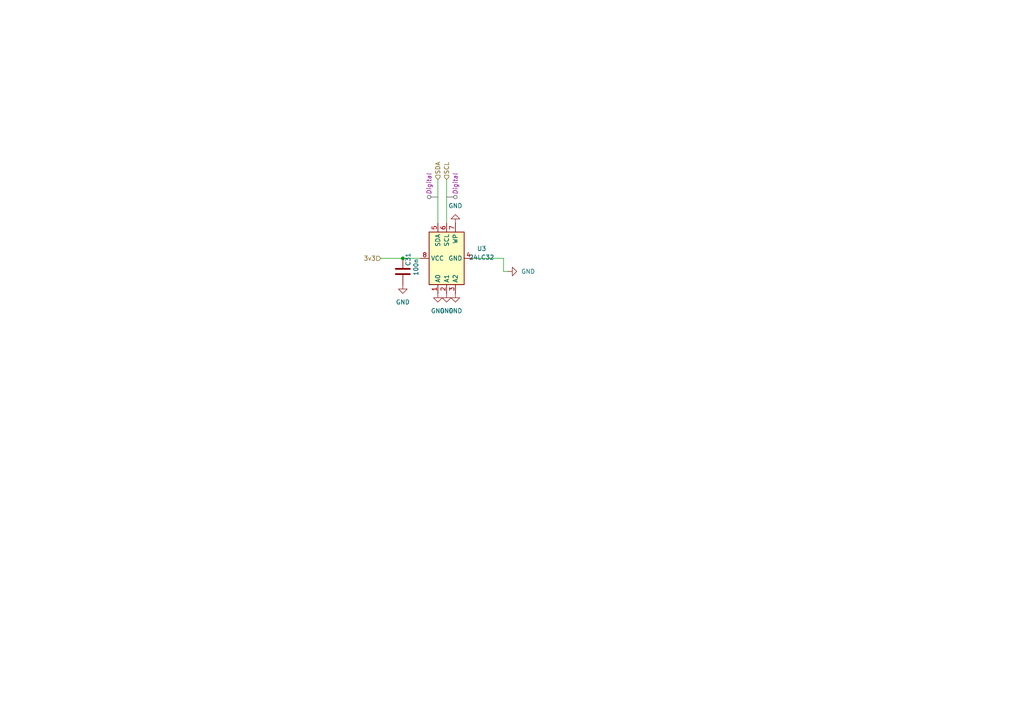
<source format=kicad_sch>
(kicad_sch (version 20231120) (generator "eeschema") (generator_version "8.0")
  (paper "A4")
  (lib_symbols
    (symbol "Device:C" (pin_numbers hide) (pin_names (offset 0.254))
      (property "Reference" "C" (at 0.635 2.54 0))
      (property "Value" "C" (at 0.635 -2.54 0))
      (symbol "C_0_1"
        (polyline (pts (xy -2.032 -0.762) (xy 2.032 -0.762)) (stroke (width 0.508)))
        (polyline (pts (xy -2.032 0.762) (xy 2.032 0.762)) (stroke (width 0.508)))
      )
      (symbol "C_1_1"
        (pin passive line (at 0 3.81 270) (length 2.794) (name "~") (number "1"))
        (pin passive line (at 0 -3.81 90) (length 2.794) (name "~") (number "2"))
      )
    )
    (symbol "Memory_EEPROM:24LC32"
      (property "Reference" "U" (at -6.35 6.35 0))
      (property "Value" "24LC32" (at 1.27 6.35 0))
      (symbol "24LC32_1_1"
        (rectangle (start -7.62 5.08) (end 7.62 -5.08) (stroke (width 0.254)) (fill (type background)))
        (pin input line (at -10.16 2.54 0) (length 2.54) (name "A0") (number "1"))
        (pin input line (at -10.16 0 0) (length 2.54) (name "A1") (number "2"))
        (pin input line (at -10.16 -2.54 0) (length 2.54) (name "A2") (number "3"))
        (pin power_in line (at 0 -7.62 90) (length 2.54) (name "GND") (number "4"))
        (pin bidirectional line (at 10.16 2.54 180) (length 2.54) (name "SDA") (number "5"))
        (pin input line (at 10.16 0 180) (length 2.54) (name "SCL") (number "6"))
        (pin input line (at 10.16 -2.54 180) (length 2.54) (name "WP") (number "7"))
        (pin power_in line (at 0 7.62 270) (length 2.54) (name "VCC") (number "8"))
      )
    )
    (symbol "power:GND" (power) (pin_numbers hide) (pin_names (offset 0) hide)
      (property "Value" "GND" (at 0 -3.81 0))
      (symbol "GND_0_1"
        (polyline (pts (xy 0 0) (xy 0 -1.27) (xy 1.27 -1.27) (xy 0 -2.54) (xy -1.27 -1.27) (xy 0 -1.27)))
      )
      (symbol "GND_1_1"
        (pin power_in line (at 0 0 270) (length 0) (name "~") (number "1"))
      )
    )
  )
  (junction (at 116.84 74.93))
  (wire (pts (xy 129.54 52.07) (xy 129.54 64.77)))
  (wire (pts (xy 116.84 74.93) (xy 121.92 74.93)))
  (wire (pts (xy 147.32 78.74) (xy 146.05 78.74)))
  (wire (pts (xy 110.49 74.93) (xy 116.84 74.93)))
  (wire (pts (xy 127 52.07) (xy 127 64.77)))
  (wire (pts (xy 146.05 74.93) (xy 137.16 74.93)))
  (wire (pts (xy 146.05 78.74) (xy 146.05 74.93)))
  (hierarchical_label "3v3" (shape input) (at 110.49 74.93 180))
  (hierarchical_label "SDA" (shape input) (at 127 52.07 90))
  (hierarchical_label "SCL" (shape input) (at 129.54 52.07 90))
  (netclass_flag "" (length 2.54) (shape round) (at 127 57.15 90) (property "Netclass" "Digital" (at 124.46 56.4515 90) (effects (font (italic yes)) (justify left))))
  (netclass_flag "" (length 2.54) (shape round) (at 129.54 57.15 270) (property "Netclass" "Digital" (at 132.08 56.4515 90) (effects (font (italic yes)) (justify left))))
  (symbol (lib_id "Device:C") (at 116.84 78.74 180) (unit 1)
    (property "Reference" "C31" (at 118.364 77.216 90) (effects (justify right)))
    (property "Value" "100n" (at 120.65 80.0099 90) (effects (justify right)))
    (property "Footprint" "FV1Footrpints:C_0603_1608Metric_Pad1.08x0.95mm_HandSolder" (effects (hide yes)))
    (property "Description" "Unpolarized capacitor" (effects (hide yes)))
  )
  (symbol (lib_id "power:GND") (at 132.08 64.77 180) (unit 1)
    (property "Reference" "#PWR07" (effects (hide yes)))
    (property "Value" "GND" (at 132.08 59.69 0))
    (property "Description" "Power symbol creates a global label with name \"GND\" , ground" (effects (hide yes)))
  )
  (symbol (lib_id "power:GND") (at 129.54 85.09 0) (unit 1)
    (property "Reference" "#PWR05" (effects (hide yes)))
    (property "Value" "GND" (at 129.54 90.17 0))
    (property "Description" "Power symbol creates a global label with name \"GND\" , ground" (effects (hide yes)))
  )
  (symbol (lib_id "power:GND") (at 127 85.09 0) (unit 1)
    (property "Reference" "#PWR04" (effects (hide yes)))
    (property "Value" "GND" (at 127 90.17 0))
    (property "Description" "Power symbol creates a global label with name \"GND\" , ground" (effects (hide yes)))
  )
  (symbol (lib_id "Memory_EEPROM:24LC32") (at 129.54 74.93 90) (unit 1)
    (property "Reference" "U3" (at 139.7 72.1044 90))
    (property "Value" "24LC32" (at 139.7 74.6444 90))
    (property "Footprint" "Package_DIP:DIP-8_W7.62mm_Socket" (effects (hide yes)))
    (property "Datasheet" "http://ww1.microchip.com/downloads/en/DeviceDoc/21072G.pdf" (effects (hide yes)))
    (property "Description" "I2C Serial EEPROM, 32Kb, DIP-8/SOIC-8/TSSOP-8/DFN-8" (effects (hide yes)))
  )
  (symbol (lib_id "power:GND") (at 116.84 82.55 0) (unit 1)
    (property "Reference" "#PWR015" (effects (hide yes)))
    (property "Value" "GND" (at 116.84 87.63 0))
    (property "Description" "Power symbol creates a global label with name \"GND\" , ground" (effects (hide yes)))
  )
  (symbol (lib_id "power:GND") (at 147.32 78.74 90) (unit 1)
    (property "Reference" "#PWR08" (effects (hide yes)))
    (property "Value" "GND" (at 151.13 78.7399 90) (effects (justify right)))
    (property "Description" "Power symbol creates a global label with name \"GND\" , ground" (effects (hide yes)))
  )
  (symbol (lib_id "power:GND") (at 132.08 85.09 0) (unit 1)
    (property "Reference" "#PWR06" (effects (hide yes)))
    (property "Value" "GND" (at 132.08 90.17 0))
    (property "Description" "Power symbol creates a global label with name \"GND\" , ground" (effects (hide yes)))
  )
)
</source>
